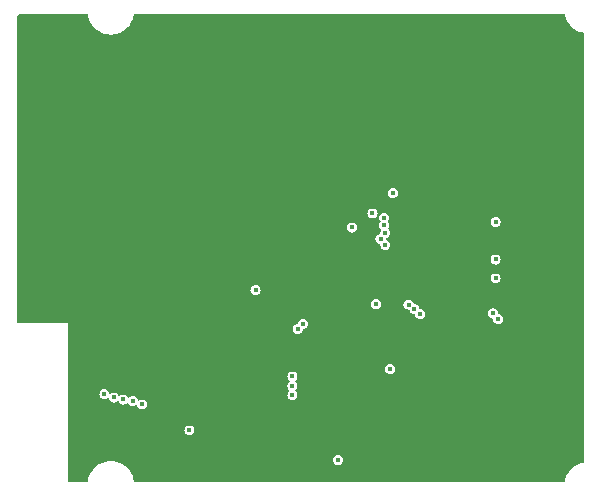
<source format=gbr>
%TF.GenerationSoftware,KiCad,Pcbnew,8.0.5*%
%TF.CreationDate,2025-01-02T11:16:24+01:00*%
%TF.ProjectId,BluetoothReceiver,426c7565-746f-46f7-9468-526563656976,rev?*%
%TF.SameCoordinates,Original*%
%TF.FileFunction,Copper,L2,Inr*%
%TF.FilePolarity,Positive*%
%FSLAX46Y46*%
G04 Gerber Fmt 4.6, Leading zero omitted, Abs format (unit mm)*
G04 Created by KiCad (PCBNEW 8.0.5) date 2025-01-02 11:16:24*
%MOMM*%
%LPD*%
G01*
G04 APERTURE LIST*
%TA.AperFunction,ComponentPad*%
%ADD10C,0.450000*%
%TD*%
%TA.AperFunction,ViaPad*%
%ADD11C,0.450000*%
%TD*%
G04 APERTURE END LIST*
D10*
%TO.N,GND*%
%TO.C,A1*%
X126400000Y-114100000D03*
X126400000Y-113100000D03*
X126400000Y-112100000D03*
X126400000Y-111100000D03*
X126400000Y-110100000D03*
X126400000Y-109100000D03*
X126400000Y-108100000D03*
X126400000Y-107100000D03*
X122400000Y-106100000D03*
X123400000Y-106100000D03*
X124400000Y-106100000D03*
X125400000Y-106100000D03*
X126400000Y-106100000D03*
%TD*%
D11*
%TO.N,GND*%
X149600000Y-108200000D03*
X130700000Y-109300000D03*
X132300000Y-116500000D03*
X135300000Y-117100000D03*
X134200000Y-119100000D03*
X148900000Y-113500000D03*
X147650000Y-105800000D03*
X150500000Y-103200000D03*
X152500000Y-113200000D03*
X155000000Y-119300000D03*
X153900000Y-114700000D03*
X153400000Y-109200000D03*
X157300000Y-118300000D03*
X167600000Y-115100000D03*
X158700000Y-105300000D03*
X165300000Y-96000000D03*
X162500000Y-94700000D03*
X145200000Y-100000000D03*
X149500000Y-96300000D03*
X160300000Y-92400000D03*
X153100000Y-96500000D03*
X159700000Y-81600000D03*
X152200000Y-85400000D03*
X155000000Y-84900000D03*
X163300000Y-88700000D03*
X159600000Y-90000000D03*
X154900000Y-92800000D03*
X149200000Y-94300000D03*
X146200000Y-97200000D03*
X141700000Y-99500000D03*
X157900000Y-88300000D03*
X154000000Y-91500000D03*
X148650000Y-93030000D03*
X143415419Y-97601286D03*
X154470000Y-89860000D03*
X145500000Y-90100000D03*
X146830000Y-91910000D03*
X142500000Y-95700000D03*
X136920000Y-96940000D03*
X133870000Y-101300000D03*
X141900000Y-94200000D03*
X136200000Y-95600000D03*
X133700000Y-97600000D03*
X131700000Y-99600000D03*
X130000000Y-94200000D03*
X127900000Y-97700000D03*
X141900000Y-84400000D03*
X159200000Y-117000000D03*
X140500000Y-85000000D03*
X139100000Y-85000000D03*
X137000000Y-85000000D03*
X141160000Y-92390000D03*
X138170000Y-92290000D03*
X133830000Y-93580000D03*
X146400000Y-101300000D03*
X159600000Y-102900000D03*
X158400000Y-102900000D03*
X159600000Y-101700000D03*
X158400000Y-101700000D03*
X158400000Y-98100000D03*
X159600000Y-98100000D03*
X159600000Y-99300000D03*
X158400000Y-99300000D03*
X156000000Y-98100000D03*
X154800000Y-98100000D03*
X154800000Y-99300000D03*
X156000000Y-99300000D03*
X154800000Y-101700000D03*
X154800000Y-102900000D03*
X156000000Y-102900000D03*
X156000000Y-101700000D03*
X156000000Y-100500000D03*
X154800000Y-100500000D03*
X158400000Y-100500000D03*
X159600000Y-100500000D03*
X157200000Y-101700000D03*
X157200000Y-102900000D03*
X157200000Y-99300000D03*
X157200000Y-98100000D03*
X157200000Y-100500000D03*
X155500000Y-111000000D03*
X152500000Y-106200000D03*
X152200000Y-103225000D03*
X155175000Y-95400000D03*
X158275000Y-95400000D03*
X163875000Y-97800000D03*
X163875000Y-99400000D03*
X163875000Y-101000000D03*
X164100000Y-102600000D03*
X164100000Y-104200000D03*
X164100000Y-105800000D03*
X166000000Y-109800000D03*
X164700000Y-110800000D03*
X160300000Y-112700000D03*
X160300000Y-110900000D03*
X160300000Y-111800000D03*
X163400000Y-118300000D03*
X162400000Y-117000000D03*
X150600000Y-119400000D03*
X150600000Y-116500000D03*
X138700000Y-118200000D03*
X137800000Y-117200000D03*
X137000000Y-115900000D03*
X135600000Y-113200000D03*
X141200000Y-115600000D03*
X140400000Y-115600000D03*
X140400000Y-113200000D03*
X141200000Y-113200000D03*
X143800000Y-114300000D03*
X142800000Y-115600000D03*
X145100000Y-113300000D03*
X142800000Y-113300000D03*
X145100000Y-109500000D03*
X142700000Y-109300000D03*
X143891773Y-102846530D03*
X138000000Y-103800000D03*
X138800000Y-101400000D03*
X130000000Y-103800000D03*
X130000000Y-101500000D03*
X125700000Y-103600000D03*
X124700000Y-103600000D03*
X123600000Y-103800000D03*
X122800000Y-103800000D03*
X123600000Y-101400000D03*
X122800000Y-101400000D03*
X125200000Y-92200000D03*
X123725000Y-93700000D03*
X126675000Y-93700000D03*
X126200000Y-95500000D03*
X124200000Y-95500000D03*
X167700000Y-85400000D03*
X166300000Y-84400000D03*
X165000000Y-85400000D03*
X149400000Y-83000000D03*
X148400000Y-81700000D03*
X135100000Y-81700000D03*
X136100000Y-83000000D03*
%TO.N,+3.3V*%
X153400000Y-110290000D03*
%TO.N,Net-(J2-Pin_5)*%
X148980000Y-117950000D03*
%TO.N,+3.3V*%
X146010000Y-106450000D03*
X145560000Y-106890000D03*
X152200000Y-104775000D03*
X153625000Y-95400000D03*
X162325000Y-97800000D03*
X162537271Y-106038726D03*
X162109512Y-105561611D03*
%TO.N,/BT_SYS_CTRL*%
X151900000Y-97100000D03*
X136400000Y-115470000D03*
%TO.N,/BT_~{RST}*%
X150150000Y-98290000D03*
%TO.N,/PIO32*%
X152900000Y-97470000D03*
%TO.N,/PIO29*%
X152880000Y-98120000D03*
%TO.N,/PIO31*%
X152990000Y-98750000D03*
%TO.N,/PIO26*%
X152580000Y-99250000D03*
%TO.N,/PIO30*%
X152990000Y-99750000D03*
%TO.N,/BT_~{RST}*%
X142000000Y-103600000D03*
%TO.N,/PIO32*%
X129200000Y-112410000D03*
%TO.N,/PIO29*%
X130000000Y-112680000D03*
%TO.N,/PIO31*%
X130800000Y-112850000D03*
%TO.N,/PIO26*%
X131600000Y-112970000D03*
%TO.N,/PIO30*%
X132400000Y-113270000D03*
%TO.N,/PIO3*%
X155950000Y-105620000D03*
%TO.N,/PIO6*%
X155450000Y-105170000D03*
%TO.N,/PIO5*%
X154950000Y-104820000D03*
X145120000Y-110900000D03*
%TO.N,/PIO6*%
X145120000Y-111700000D03*
%TO.N,/PIO3*%
X145120000Y-112500000D03*
%TO.N,+3.3V*%
X162325000Y-102600000D03*
%TO.N,Net-(J2-Pin_5)*%
X162325000Y-101000000D03*
%TO.N,GND*%
X124500000Y-96600000D03*
X124500000Y-97600000D03*
X124500000Y-98600000D03*
X124500000Y-99600000D03*
X124500000Y-100600000D03*
X124500000Y-101600000D03*
X125900000Y-96600000D03*
X125900000Y-97600000D03*
X125900000Y-98600000D03*
X125900000Y-99600000D03*
X125900000Y-100600000D03*
X125900000Y-101600000D03*
X126000000Y-102600000D03*
X124400000Y-102600000D03*
X137000000Y-100900000D03*
X132900000Y-100400000D03*
X126400000Y-118100000D03*
X126400000Y-117100000D03*
X126400000Y-116100000D03*
X126400000Y-115100000D03*
%TD*%
%TA.AperFunction,Conductor*%
%TO.N,GND*%
G36*
X127796521Y-80222174D02*
G01*
X127817506Y-80264424D01*
X127835833Y-80397766D01*
X127902404Y-80635360D01*
X127907825Y-80654709D01*
X128014133Y-80899454D01*
X128014136Y-80899459D01*
X128014137Y-80899461D01*
X128014139Y-80899465D01*
X128152770Y-81127434D01*
X128152772Y-81127437D01*
X128152776Y-81127443D01*
X128321173Y-81334431D01*
X128516186Y-81516561D01*
X128556712Y-81545167D01*
X128734179Y-81670437D01*
X128734183Y-81670439D01*
X128971103Y-81793201D01*
X128971106Y-81793202D01*
X128971108Y-81793203D01*
X129222522Y-81882556D01*
X129222529Y-81882557D01*
X129222532Y-81882559D01*
X129222535Y-81882559D01*
X129222540Y-81882561D01*
X129483774Y-81936846D01*
X129483781Y-81936847D01*
X129483786Y-81936848D01*
X129483789Y-81936848D01*
X129483795Y-81936849D01*
X129749993Y-81955058D01*
X129750000Y-81955058D01*
X129750007Y-81955058D01*
X130016204Y-81936849D01*
X130016208Y-81936848D01*
X130016214Y-81936848D01*
X130016220Y-81936846D01*
X130016225Y-81936846D01*
X130277459Y-81882561D01*
X130277460Y-81882560D01*
X130277468Y-81882559D01*
X130277474Y-81882556D01*
X130277477Y-81882556D01*
X130428325Y-81828944D01*
X130528897Y-81793201D01*
X130765817Y-81670439D01*
X130983814Y-81516561D01*
X131178827Y-81334431D01*
X131347224Y-81127443D01*
X131485867Y-80899454D01*
X131592175Y-80654709D01*
X131664166Y-80397768D01*
X131682279Y-80265987D01*
X131682494Y-80264424D01*
X131711092Y-80215536D01*
X131755805Y-80200500D01*
X168145463Y-80200500D01*
X168197789Y-80222174D01*
X168218830Y-80264841D01*
X168230305Y-80352006D01*
X168291393Y-80579991D01*
X168381714Y-80798045D01*
X168381715Y-80798048D01*
X168499724Y-81002446D01*
X168499728Y-81002452D01*
X168643408Y-81189699D01*
X168810300Y-81356591D01*
X168997547Y-81500271D01*
X168997553Y-81500275D01*
X169201951Y-81618284D01*
X169420007Y-81708606D01*
X169647986Y-81769693D01*
X169647992Y-81769693D01*
X169647993Y-81769694D01*
X169666134Y-81772082D01*
X169735158Y-81781169D01*
X169784208Y-81809487D01*
X169799500Y-81854536D01*
X169799500Y-118145462D01*
X169777826Y-118197788D01*
X169735160Y-118218829D01*
X169647992Y-118230306D01*
X169647990Y-118230306D01*
X169647986Y-118230307D01*
X169544580Y-118258014D01*
X169420008Y-118291393D01*
X169201954Y-118381714D01*
X169201951Y-118381715D01*
X168997553Y-118499724D01*
X168997547Y-118499728D01*
X168810300Y-118643408D01*
X168643408Y-118810300D01*
X168499728Y-118997547D01*
X168499724Y-118997553D01*
X168381715Y-119201951D01*
X168381714Y-119201954D01*
X168291393Y-119420008D01*
X168230305Y-119647993D01*
X168218830Y-119735159D01*
X168190511Y-119784208D01*
X168145463Y-119799500D01*
X131755805Y-119799500D01*
X131703479Y-119777826D01*
X131682494Y-119735576D01*
X131664166Y-119602233D01*
X131647648Y-119543277D01*
X131592175Y-119345291D01*
X131485867Y-119100546D01*
X131391929Y-118946072D01*
X131347229Y-118872565D01*
X131347228Y-118872564D01*
X131347224Y-118872557D01*
X131178827Y-118665569D01*
X130983814Y-118483439D01*
X130943288Y-118454833D01*
X130765820Y-118329562D01*
X130528891Y-118206796D01*
X130277477Y-118117443D01*
X130277459Y-118117438D01*
X130016225Y-118063153D01*
X130016204Y-118063150D01*
X129750007Y-118044942D01*
X129749993Y-118044942D01*
X129483795Y-118063150D01*
X129483774Y-118063153D01*
X129222540Y-118117438D01*
X129222522Y-118117443D01*
X128971108Y-118206796D01*
X128734179Y-118329562D01*
X128516188Y-118483437D01*
X128344902Y-118643408D01*
X128321173Y-118665569D01*
X128221119Y-118788552D01*
X128152776Y-118872557D01*
X128152770Y-118872565D01*
X128014139Y-119100534D01*
X128014137Y-119100538D01*
X128014134Y-119100542D01*
X128014133Y-119100546D01*
X127970085Y-119201954D01*
X127907824Y-119345292D01*
X127835833Y-119602233D01*
X127817506Y-119735576D01*
X127788908Y-119784464D01*
X127744195Y-119799500D01*
X126214000Y-119799500D01*
X126161674Y-119777826D01*
X126140000Y-119725500D01*
X126140000Y-117950000D01*
X148549196Y-117950000D01*
X148570280Y-118083126D01*
X148628704Y-118197788D01*
X148631472Y-118203220D01*
X148726780Y-118298528D01*
X148846873Y-118359718D01*
X148846873Y-118359719D01*
X148865075Y-118362601D01*
X148980000Y-118380804D01*
X149113126Y-118359719D01*
X149233220Y-118298528D01*
X149328528Y-118203220D01*
X149389719Y-118083126D01*
X149410804Y-117950000D01*
X149389719Y-117816874D01*
X149389719Y-117816873D01*
X149328528Y-117696780D01*
X149233219Y-117601471D01*
X149113126Y-117540281D01*
X149113126Y-117540280D01*
X148980000Y-117519196D01*
X148846873Y-117540280D01*
X148846873Y-117540281D01*
X148726780Y-117601471D01*
X148631471Y-117696780D01*
X148570281Y-117816873D01*
X148570280Y-117816873D01*
X148549196Y-117950000D01*
X126140000Y-117950000D01*
X126140000Y-115470000D01*
X135969196Y-115470000D01*
X135990280Y-115603126D01*
X136051471Y-115723219D01*
X136051472Y-115723220D01*
X136146780Y-115818528D01*
X136266873Y-115879718D01*
X136266873Y-115879719D01*
X136285075Y-115882601D01*
X136400000Y-115900804D01*
X136533126Y-115879719D01*
X136653220Y-115818528D01*
X136748528Y-115723220D01*
X136809719Y-115603126D01*
X136830804Y-115470000D01*
X136809719Y-115336874D01*
X136809719Y-115336873D01*
X136748528Y-115216780D01*
X136653219Y-115121471D01*
X136533126Y-115060281D01*
X136533126Y-115060280D01*
X136400000Y-115039196D01*
X136266873Y-115060280D01*
X136266873Y-115060281D01*
X136146780Y-115121471D01*
X136051471Y-115216780D01*
X135990281Y-115336873D01*
X135990280Y-115336873D01*
X135969196Y-115470000D01*
X126140000Y-115470000D01*
X126140000Y-112410000D01*
X128769196Y-112410000D01*
X128790280Y-112543126D01*
X128851471Y-112663219D01*
X128851472Y-112663220D01*
X128946780Y-112758528D01*
X129066873Y-112819718D01*
X129066873Y-112819719D01*
X129085075Y-112822601D01*
X129200000Y-112840804D01*
X129333126Y-112819719D01*
X129453220Y-112758528D01*
X129461379Y-112750368D01*
X129513703Y-112728693D01*
X129566030Y-112750365D01*
X129586795Y-112791117D01*
X129590280Y-112813125D01*
X129590281Y-112813126D01*
X129645486Y-112921473D01*
X129651472Y-112933220D01*
X129746780Y-113028528D01*
X129866873Y-113089718D01*
X129866873Y-113089719D01*
X129885075Y-113092601D01*
X130000000Y-113110804D01*
X130133126Y-113089719D01*
X130253220Y-113028528D01*
X130287322Y-112994425D01*
X130339647Y-112972751D01*
X130391973Y-112994424D01*
X130405582Y-113013156D01*
X130448169Y-113096739D01*
X130451472Y-113103220D01*
X130546780Y-113198528D01*
X130666873Y-113259718D01*
X130666873Y-113259719D01*
X130685075Y-113262601D01*
X130800000Y-113280804D01*
X130933126Y-113259719D01*
X131053220Y-113198528D01*
X131104199Y-113147549D01*
X131156524Y-113125874D01*
X131208850Y-113147548D01*
X131222459Y-113166279D01*
X131238890Y-113198528D01*
X131251472Y-113223220D01*
X131346780Y-113318528D01*
X131466873Y-113379718D01*
X131466873Y-113379719D01*
X131485075Y-113382601D01*
X131600000Y-113400804D01*
X131733126Y-113379719D01*
X131853220Y-113318528D01*
X131857276Y-113314471D01*
X131909599Y-113292795D01*
X131961927Y-113314466D01*
X131982693Y-113355219D01*
X131990280Y-113403125D01*
X131990281Y-113403126D01*
X132051472Y-113523220D01*
X132146780Y-113618528D01*
X132266873Y-113679718D01*
X132266873Y-113679719D01*
X132285075Y-113682601D01*
X132400000Y-113700804D01*
X132533126Y-113679719D01*
X132653220Y-113618528D01*
X132748528Y-113523220D01*
X132809719Y-113403126D01*
X132830804Y-113270000D01*
X132811410Y-113147548D01*
X132809719Y-113136873D01*
X132748528Y-113016780D01*
X132653219Y-112921471D01*
X132533126Y-112860281D01*
X132533126Y-112860280D01*
X132400000Y-112839196D01*
X132266873Y-112860280D01*
X132266873Y-112860281D01*
X132146780Y-112921471D01*
X132146777Y-112921473D01*
X132142718Y-112925533D01*
X132090390Y-112947204D01*
X132038066Y-112925527D01*
X132017306Y-112884779D01*
X132009719Y-112836874D01*
X132009718Y-112836873D01*
X132000977Y-112819718D01*
X131948528Y-112716780D01*
X131853220Y-112621472D01*
X131853219Y-112621471D01*
X131733126Y-112560281D01*
X131733126Y-112560280D01*
X131600000Y-112539196D01*
X131466873Y-112560280D01*
X131466873Y-112560281D01*
X131346780Y-112621471D01*
X131346775Y-112621475D01*
X131295799Y-112672451D01*
X131243473Y-112694125D01*
X131191148Y-112672450D01*
X131177543Y-112653726D01*
X131148528Y-112596780D01*
X131053220Y-112501472D01*
X131053219Y-112501471D01*
X130933126Y-112440281D01*
X130933126Y-112440280D01*
X130800000Y-112419196D01*
X130666873Y-112440280D01*
X130666873Y-112440281D01*
X130546780Y-112501471D01*
X130512677Y-112535574D01*
X130460351Y-112557247D01*
X130408025Y-112535572D01*
X130394418Y-112516843D01*
X130377524Y-112483689D01*
X130348528Y-112426780D01*
X130253220Y-112331472D01*
X130253219Y-112331471D01*
X130133126Y-112270281D01*
X130133126Y-112270280D01*
X130000000Y-112249196D01*
X129866873Y-112270280D01*
X129866873Y-112270281D01*
X129746780Y-112331471D01*
X129738617Y-112339634D01*
X129686290Y-112361306D01*
X129633965Y-112339630D01*
X129613204Y-112298880D01*
X129609719Y-112276874D01*
X129609718Y-112276873D01*
X129606359Y-112270281D01*
X129548528Y-112156780D01*
X129453220Y-112061472D01*
X129453219Y-112061471D01*
X129333126Y-112000281D01*
X129333126Y-112000280D01*
X129200000Y-111979196D01*
X129066873Y-112000280D01*
X129066873Y-112000281D01*
X128946780Y-112061471D01*
X128851471Y-112156780D01*
X128790281Y-112276873D01*
X128790280Y-112276873D01*
X128769196Y-112410000D01*
X126140000Y-112410000D01*
X126140000Y-110900000D01*
X144689196Y-110900000D01*
X144710280Y-111033126D01*
X144771471Y-111153219D01*
X144865926Y-111247674D01*
X144887600Y-111300000D01*
X144865926Y-111352326D01*
X144771472Y-111446779D01*
X144771471Y-111446780D01*
X144710281Y-111566873D01*
X144710280Y-111566873D01*
X144689196Y-111700000D01*
X144710280Y-111833126D01*
X144771471Y-111953219D01*
X144865926Y-112047674D01*
X144887600Y-112100000D01*
X144865926Y-112152326D01*
X144771472Y-112246779D01*
X144771471Y-112246780D01*
X144710281Y-112366873D01*
X144710280Y-112366873D01*
X144689196Y-112500000D01*
X144710280Y-112633126D01*
X144770017Y-112750365D01*
X144771472Y-112753220D01*
X144866780Y-112848528D01*
X144986873Y-112909718D01*
X144986873Y-112909719D01*
X145005075Y-112912601D01*
X145120000Y-112930804D01*
X145253126Y-112909719D01*
X145373220Y-112848528D01*
X145468528Y-112753220D01*
X145529719Y-112633126D01*
X145550804Y-112500000D01*
X145529719Y-112366874D01*
X145529719Y-112366873D01*
X145468528Y-112246780D01*
X145374074Y-112152326D01*
X145352400Y-112100000D01*
X145374074Y-112047674D01*
X145468528Y-111953220D01*
X145529719Y-111833126D01*
X145550804Y-111700000D01*
X145529719Y-111566874D01*
X145529719Y-111566873D01*
X145468528Y-111446780D01*
X145374074Y-111352326D01*
X145352400Y-111300000D01*
X145374074Y-111247674D01*
X145468528Y-111153220D01*
X145529719Y-111033126D01*
X145550804Y-110900000D01*
X145529719Y-110766874D01*
X145529719Y-110766873D01*
X145468528Y-110646780D01*
X145373219Y-110551471D01*
X145253126Y-110490281D01*
X145253126Y-110490280D01*
X145120000Y-110469196D01*
X144986873Y-110490280D01*
X144986873Y-110490281D01*
X144866780Y-110551471D01*
X144771471Y-110646780D01*
X144710281Y-110766873D01*
X144710280Y-110766873D01*
X144689196Y-110900000D01*
X126140000Y-110900000D01*
X126140000Y-110290000D01*
X152969196Y-110290000D01*
X152990280Y-110423126D01*
X153051471Y-110543219D01*
X153051472Y-110543220D01*
X153146780Y-110638528D01*
X153266873Y-110699718D01*
X153266873Y-110699719D01*
X153285075Y-110702601D01*
X153400000Y-110720804D01*
X153533126Y-110699719D01*
X153653220Y-110638528D01*
X153748528Y-110543220D01*
X153809719Y-110423126D01*
X153830804Y-110290000D01*
X153809719Y-110156874D01*
X153809719Y-110156873D01*
X153748528Y-110036780D01*
X153653219Y-109941471D01*
X153533126Y-109880281D01*
X153533126Y-109880280D01*
X153400000Y-109859196D01*
X153266873Y-109880280D01*
X153266873Y-109880281D01*
X153146780Y-109941471D01*
X153051471Y-110036780D01*
X152990281Y-110156873D01*
X152990280Y-110156873D01*
X152969196Y-110290000D01*
X126140000Y-110290000D01*
X126140000Y-106890000D01*
X145129196Y-106890000D01*
X145150280Y-107023126D01*
X145211471Y-107143219D01*
X145211472Y-107143220D01*
X145306780Y-107238528D01*
X145426873Y-107299718D01*
X145426873Y-107299719D01*
X145445075Y-107302601D01*
X145560000Y-107320804D01*
X145693126Y-107299719D01*
X145813220Y-107238528D01*
X145908528Y-107143220D01*
X145969719Y-107023126D01*
X145983393Y-106936786D01*
X146012985Y-106888497D01*
X146044904Y-106875275D01*
X146143126Y-106859719D01*
X146263220Y-106798528D01*
X146358528Y-106703220D01*
X146419719Y-106583126D01*
X146440804Y-106450000D01*
X146419719Y-106316874D01*
X146419719Y-106316873D01*
X146358528Y-106196780D01*
X146263219Y-106101471D01*
X146143126Y-106040281D01*
X146143126Y-106040280D01*
X146010000Y-106019196D01*
X145876873Y-106040280D01*
X145876873Y-106040281D01*
X145756780Y-106101471D01*
X145661471Y-106196780D01*
X145600281Y-106316873D01*
X145586606Y-106403212D01*
X145557013Y-106451503D01*
X145525094Y-106464724D01*
X145426873Y-106480281D01*
X145306780Y-106541471D01*
X145211471Y-106636780D01*
X145150281Y-106756873D01*
X145150280Y-106756873D01*
X145129196Y-106890000D01*
X126140000Y-106890000D01*
X126140000Y-106400000D01*
X121874500Y-106400000D01*
X121822174Y-106378326D01*
X121800500Y-106326000D01*
X121800500Y-104775000D01*
X151769196Y-104775000D01*
X151790280Y-104908126D01*
X151851471Y-105028219D01*
X151851472Y-105028220D01*
X151946780Y-105123528D01*
X152066873Y-105184718D01*
X152066873Y-105184719D01*
X152085075Y-105187601D01*
X152200000Y-105205804D01*
X152333126Y-105184719D01*
X152453220Y-105123528D01*
X152548528Y-105028220D01*
X152609719Y-104908126D01*
X152623677Y-104820000D01*
X154519196Y-104820000D01*
X154540280Y-104953126D01*
X154601471Y-105073219D01*
X154601472Y-105073220D01*
X154696780Y-105168528D01*
X154816873Y-105229718D01*
X154816873Y-105229719D01*
X154950000Y-105250804D01*
X154950002Y-105250804D01*
X154957267Y-105249653D01*
X155012340Y-105262872D01*
X155039223Y-105299869D01*
X155040282Y-105303129D01*
X155072714Y-105366780D01*
X155101472Y-105423220D01*
X155196780Y-105518528D01*
X155316873Y-105579718D01*
X155316873Y-105579719D01*
X155450000Y-105600804D01*
X155452954Y-105600804D01*
X155454782Y-105601561D01*
X155455752Y-105601715D01*
X155455715Y-105601947D01*
X155505280Y-105622478D01*
X155526042Y-105663226D01*
X155540281Y-105753126D01*
X155601472Y-105873220D01*
X155696780Y-105968528D01*
X155816873Y-106029718D01*
X155816873Y-106029719D01*
X155835075Y-106032601D01*
X155950000Y-106050804D01*
X156083126Y-106029719D01*
X156203220Y-105968528D01*
X156298528Y-105873220D01*
X156359719Y-105753126D01*
X156380804Y-105620000D01*
X156371556Y-105561611D01*
X161678708Y-105561611D01*
X161699792Y-105694737D01*
X161746042Y-105785506D01*
X161760984Y-105814831D01*
X161856292Y-105910139D01*
X161976385Y-105971329D01*
X161976385Y-105971330D01*
X162045762Y-105982318D01*
X162094053Y-106011911D01*
X162107275Y-106043831D01*
X162127551Y-106171851D01*
X162127552Y-106171852D01*
X162188743Y-106291946D01*
X162284051Y-106387254D01*
X162404144Y-106448444D01*
X162404144Y-106448445D01*
X162422346Y-106451327D01*
X162537271Y-106469530D01*
X162670397Y-106448445D01*
X162790491Y-106387254D01*
X162885799Y-106291946D01*
X162946990Y-106171852D01*
X162968075Y-106038726D01*
X162946990Y-105905600D01*
X162946990Y-105905599D01*
X162885799Y-105785506D01*
X162790490Y-105690197D01*
X162670397Y-105629007D01*
X162629174Y-105622478D01*
X162601019Y-105618018D01*
X162552729Y-105588426D01*
X162539507Y-105556506D01*
X162533492Y-105518528D01*
X162519231Y-105428485D01*
X162458040Y-105308391D01*
X162362732Y-105213083D01*
X162362731Y-105213082D01*
X162242638Y-105151892D01*
X162242638Y-105151891D01*
X162109512Y-105130807D01*
X161976385Y-105151891D01*
X161976385Y-105151892D01*
X161856292Y-105213082D01*
X161760983Y-105308391D01*
X161699793Y-105428484D01*
X161699792Y-105428484D01*
X161678708Y-105561611D01*
X156371556Y-105561611D01*
X156359719Y-105486874D01*
X156359719Y-105486873D01*
X156298528Y-105366780D01*
X156203219Y-105271471D01*
X156083126Y-105210281D01*
X156083126Y-105210280D01*
X155950000Y-105189196D01*
X155947046Y-105189196D01*
X155945217Y-105188438D01*
X155944248Y-105188285D01*
X155944284Y-105188052D01*
X155894720Y-105167522D01*
X155873957Y-105126772D01*
X155859719Y-105036874D01*
X155798528Y-104916780D01*
X155703220Y-104821472D01*
X155703219Y-104821471D01*
X155583126Y-104760281D01*
X155583126Y-104760280D01*
X155450000Y-104739196D01*
X155442725Y-104740348D01*
X155387653Y-104727123D01*
X155360772Y-104690118D01*
X155359719Y-104686878D01*
X155359719Y-104686874D01*
X155359716Y-104686870D01*
X155359716Y-104686867D01*
X155336790Y-104641873D01*
X155298528Y-104566780D01*
X155203220Y-104471472D01*
X155203219Y-104471471D01*
X155083126Y-104410281D01*
X155083126Y-104410280D01*
X154950000Y-104389196D01*
X154816873Y-104410280D01*
X154816873Y-104410281D01*
X154696780Y-104471471D01*
X154601471Y-104566780D01*
X154540281Y-104686873D01*
X154540280Y-104686873D01*
X154519196Y-104820000D01*
X152623677Y-104820000D01*
X152630804Y-104775000D01*
X152609719Y-104641874D01*
X152609719Y-104641873D01*
X152548528Y-104521780D01*
X152453219Y-104426471D01*
X152333126Y-104365281D01*
X152333126Y-104365280D01*
X152200000Y-104344196D01*
X152066873Y-104365280D01*
X152066873Y-104365281D01*
X151946780Y-104426471D01*
X151851471Y-104521780D01*
X151790281Y-104641873D01*
X151790280Y-104641873D01*
X151769196Y-104775000D01*
X121800500Y-104775000D01*
X121800500Y-103600000D01*
X141569196Y-103600000D01*
X141590280Y-103733126D01*
X141651471Y-103853219D01*
X141651472Y-103853220D01*
X141746780Y-103948528D01*
X141866873Y-104009718D01*
X141866873Y-104009719D01*
X141885075Y-104012601D01*
X142000000Y-104030804D01*
X142133126Y-104009719D01*
X142253220Y-103948528D01*
X142348528Y-103853220D01*
X142409719Y-103733126D01*
X142430804Y-103600000D01*
X142409719Y-103466874D01*
X142409719Y-103466873D01*
X142348528Y-103346780D01*
X142253219Y-103251471D01*
X142133126Y-103190281D01*
X142133126Y-103190280D01*
X142000000Y-103169196D01*
X141866873Y-103190280D01*
X141866873Y-103190281D01*
X141746780Y-103251471D01*
X141651471Y-103346780D01*
X141590281Y-103466873D01*
X141590280Y-103466873D01*
X141569196Y-103600000D01*
X121800500Y-103600000D01*
X121800500Y-102600000D01*
X161894196Y-102600000D01*
X161915280Y-102733126D01*
X161976471Y-102853219D01*
X161976472Y-102853220D01*
X162071780Y-102948528D01*
X162191873Y-103009718D01*
X162191873Y-103009719D01*
X162210075Y-103012601D01*
X162325000Y-103030804D01*
X162458126Y-103009719D01*
X162578220Y-102948528D01*
X162673528Y-102853220D01*
X162734719Y-102733126D01*
X162755804Y-102600000D01*
X162734719Y-102466874D01*
X162734719Y-102466873D01*
X162673528Y-102346780D01*
X162578219Y-102251471D01*
X162458126Y-102190281D01*
X162458126Y-102190280D01*
X162325000Y-102169196D01*
X162191873Y-102190280D01*
X162191873Y-102190281D01*
X162071780Y-102251471D01*
X161976471Y-102346780D01*
X161915281Y-102466873D01*
X161915280Y-102466873D01*
X161894196Y-102600000D01*
X121800500Y-102600000D01*
X121800500Y-101000000D01*
X161894196Y-101000000D01*
X161915280Y-101133126D01*
X161976471Y-101253219D01*
X161976472Y-101253220D01*
X162071780Y-101348528D01*
X162191873Y-101409718D01*
X162191873Y-101409719D01*
X162210075Y-101412601D01*
X162325000Y-101430804D01*
X162458126Y-101409719D01*
X162578220Y-101348528D01*
X162673528Y-101253220D01*
X162734719Y-101133126D01*
X162755804Y-101000000D01*
X162734719Y-100866874D01*
X162734719Y-100866873D01*
X162673528Y-100746780D01*
X162578219Y-100651471D01*
X162458126Y-100590281D01*
X162458126Y-100590280D01*
X162325000Y-100569196D01*
X162191873Y-100590280D01*
X162191873Y-100590281D01*
X162071780Y-100651471D01*
X161976471Y-100746780D01*
X161915281Y-100866873D01*
X161915280Y-100866873D01*
X161894196Y-101000000D01*
X121800500Y-101000000D01*
X121800500Y-99250000D01*
X152149196Y-99250000D01*
X152170280Y-99383126D01*
X152231471Y-99503219D01*
X152231472Y-99503220D01*
X152326780Y-99598528D01*
X152444584Y-99658552D01*
X152446872Y-99659718D01*
X152446873Y-99659719D01*
X152466384Y-99662809D01*
X152497306Y-99667706D01*
X152545598Y-99697298D01*
X152556857Y-99744177D01*
X152559196Y-99744177D01*
X152559196Y-99749999D01*
X152580280Y-99883126D01*
X152641471Y-100003219D01*
X152641472Y-100003220D01*
X152736780Y-100098528D01*
X152856873Y-100159718D01*
X152856873Y-100159719D01*
X152875075Y-100162601D01*
X152990000Y-100180804D01*
X153123126Y-100159719D01*
X153243220Y-100098528D01*
X153338528Y-100003220D01*
X153399719Y-99883126D01*
X153420804Y-99750000D01*
X153399719Y-99616874D01*
X153399719Y-99616873D01*
X153338528Y-99496780D01*
X153243219Y-99401471D01*
X153123126Y-99340281D01*
X153123125Y-99340280D01*
X153072692Y-99332293D01*
X153024401Y-99302700D01*
X153013147Y-99255824D01*
X153010804Y-99255824D01*
X153010804Y-99244176D01*
X153013150Y-99244176D01*
X153024394Y-99197308D01*
X153072680Y-99167708D01*
X153123126Y-99159719D01*
X153243220Y-99098528D01*
X153338528Y-99003220D01*
X153399719Y-98883126D01*
X153420804Y-98750000D01*
X153399719Y-98616874D01*
X153399719Y-98616873D01*
X153338528Y-98496780D01*
X153261967Y-98420219D01*
X153240293Y-98367893D01*
X153248357Y-98334301D01*
X153289719Y-98253126D01*
X153310804Y-98120000D01*
X153289719Y-97986874D01*
X153289719Y-97986873D01*
X153228528Y-97866780D01*
X153219074Y-97857326D01*
X153197400Y-97805000D01*
X153199471Y-97800000D01*
X161894196Y-97800000D01*
X161915280Y-97933126D01*
X161968095Y-98036780D01*
X161976472Y-98053220D01*
X162071780Y-98148528D01*
X162191873Y-98209718D01*
X162191873Y-98209719D01*
X162210075Y-98212601D01*
X162325000Y-98230804D01*
X162458126Y-98209719D01*
X162578220Y-98148528D01*
X162673528Y-98053220D01*
X162734719Y-97933126D01*
X162755804Y-97800000D01*
X162734719Y-97666874D01*
X162734719Y-97666873D01*
X162673528Y-97546780D01*
X162578219Y-97451471D01*
X162458126Y-97390281D01*
X162458126Y-97390280D01*
X162325000Y-97369196D01*
X162191873Y-97390280D01*
X162191873Y-97390281D01*
X162071780Y-97451471D01*
X161976471Y-97546780D01*
X161915281Y-97666873D01*
X161915280Y-97666873D01*
X161894196Y-97800000D01*
X153199471Y-97800000D01*
X153219074Y-97752674D01*
X153248528Y-97723220D01*
X153309719Y-97603126D01*
X153330804Y-97470000D01*
X153309719Y-97336874D01*
X153309719Y-97336873D01*
X153248528Y-97216780D01*
X153153219Y-97121471D01*
X153033126Y-97060281D01*
X153033126Y-97060280D01*
X152900000Y-97039196D01*
X152766873Y-97060280D01*
X152766873Y-97060281D01*
X152646780Y-97121471D01*
X152551471Y-97216780D01*
X152490281Y-97336873D01*
X152490280Y-97336873D01*
X152469196Y-97470000D01*
X152490280Y-97603126D01*
X152551471Y-97723219D01*
X152560926Y-97732674D01*
X152582600Y-97785000D01*
X152560926Y-97837326D01*
X152531472Y-97866779D01*
X152531471Y-97866780D01*
X152470281Y-97986873D01*
X152470280Y-97986873D01*
X152449196Y-98120000D01*
X152470280Y-98253126D01*
X152531471Y-98373219D01*
X152608032Y-98449780D01*
X152629706Y-98502106D01*
X152621641Y-98535701D01*
X152580280Y-98616876D01*
X152559196Y-98750000D01*
X152559196Y-98755824D01*
X152556854Y-98755824D01*
X152545594Y-98802706D01*
X152497307Y-98832293D01*
X152446874Y-98840280D01*
X152446873Y-98840281D01*
X152326780Y-98901471D01*
X152231471Y-98996780D01*
X152170281Y-99116873D01*
X152170280Y-99116873D01*
X152149196Y-99250000D01*
X121800500Y-99250000D01*
X121800500Y-98290000D01*
X149719196Y-98290000D01*
X149740280Y-98423126D01*
X149801471Y-98543219D01*
X149801472Y-98543220D01*
X149896780Y-98638528D01*
X150016873Y-98699718D01*
X150016873Y-98699719D01*
X150035075Y-98702601D01*
X150150000Y-98720804D01*
X150283126Y-98699719D01*
X150403220Y-98638528D01*
X150498528Y-98543220D01*
X150559719Y-98423126D01*
X150580804Y-98290000D01*
X150559719Y-98156874D01*
X150559719Y-98156873D01*
X150498528Y-98036780D01*
X150403219Y-97941471D01*
X150283126Y-97880281D01*
X150283126Y-97880280D01*
X150150000Y-97859196D01*
X150016873Y-97880280D01*
X150016873Y-97880281D01*
X149896780Y-97941471D01*
X149801471Y-98036780D01*
X149740281Y-98156873D01*
X149740280Y-98156873D01*
X149719196Y-98290000D01*
X121800500Y-98290000D01*
X121800500Y-97100000D01*
X151469196Y-97100000D01*
X151490280Y-97233126D01*
X151543143Y-97336874D01*
X151551472Y-97353220D01*
X151646780Y-97448528D01*
X151766873Y-97509718D01*
X151766873Y-97509719D01*
X151785075Y-97512601D01*
X151900000Y-97530804D01*
X152033126Y-97509719D01*
X152153220Y-97448528D01*
X152248528Y-97353220D01*
X152309719Y-97233126D01*
X152330804Y-97100000D01*
X152309719Y-96966874D01*
X152309719Y-96966873D01*
X152248528Y-96846780D01*
X152153219Y-96751471D01*
X152033126Y-96690281D01*
X152033126Y-96690280D01*
X151900000Y-96669196D01*
X151766873Y-96690280D01*
X151766873Y-96690281D01*
X151646780Y-96751471D01*
X151551471Y-96846780D01*
X151490281Y-96966873D01*
X151490280Y-96966873D01*
X151469196Y-97100000D01*
X121800500Y-97100000D01*
X121800500Y-95400000D01*
X153194196Y-95400000D01*
X153215280Y-95533126D01*
X153276471Y-95653219D01*
X153276472Y-95653220D01*
X153371780Y-95748528D01*
X153491873Y-95809718D01*
X153491873Y-95809719D01*
X153510075Y-95812601D01*
X153625000Y-95830804D01*
X153758126Y-95809719D01*
X153878220Y-95748528D01*
X153973528Y-95653220D01*
X154034719Y-95533126D01*
X154055804Y-95400000D01*
X154034719Y-95266874D01*
X154034719Y-95266873D01*
X153973528Y-95146780D01*
X153878219Y-95051471D01*
X153758126Y-94990281D01*
X153758126Y-94990280D01*
X153625000Y-94969196D01*
X153491873Y-94990280D01*
X153491873Y-94990281D01*
X153371780Y-95051471D01*
X153276471Y-95146780D01*
X153215281Y-95266873D01*
X153215280Y-95266873D01*
X153194196Y-95400000D01*
X121800500Y-95400000D01*
X121800500Y-80505824D01*
X121801411Y-80494248D01*
X121806817Y-80460118D01*
X121813325Y-80419023D01*
X121820479Y-80397007D01*
X121852380Y-80334397D01*
X121865984Y-80315672D01*
X121915672Y-80265984D01*
X121934397Y-80252380D01*
X121997008Y-80220478D01*
X122019023Y-80213325D01*
X122094248Y-80201410D01*
X122105824Y-80200500D01*
X122139882Y-80200500D01*
X127744195Y-80200500D01*
X127796521Y-80222174D01*
G37*
%TD.AperFunction*%
%TD*%
M02*

</source>
